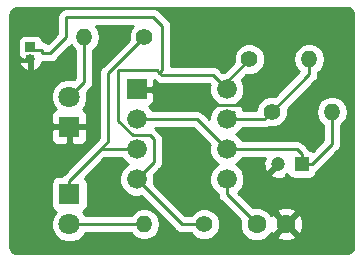
<source format=gtl>
G04 #@! TF.GenerationSoftware,KiCad,Pcbnew,(5.0.0-3-g5ebb6b6)*
G04 #@! TF.CreationDate,2018-12-16T13:46:05-05:00*
G04 #@! TF.ProjectId,555_Timer,3535355F54696D65722E6B696361645F,rev?*
G04 #@! TF.SameCoordinates,Original*
G04 #@! TF.FileFunction,Copper,L1,Top,Signal*
G04 #@! TF.FilePolarity,Positive*
%FSLAX46Y46*%
G04 Gerber Fmt 4.6, Leading zero omitted, Abs format (unit mm)*
G04 Created by KiCad (PCBNEW (5.0.0-3-g5ebb6b6)) date Sunday, December 16, 2018 at 01:46:05 PM*
%MOMM*%
%LPD*%
G01*
G04 APERTURE LIST*
G04 #@! TA.AperFunction,ComponentPad*
%ADD10R,0.850000X0.850000*%
G04 #@! TD*
G04 #@! TA.AperFunction,ComponentPad*
%ADD11O,0.850000X0.850000*%
G04 #@! TD*
G04 #@! TA.AperFunction,ComponentPad*
%ADD12R,1.676400X1.676400*%
G04 #@! TD*
G04 #@! TA.AperFunction,ComponentPad*
%ADD13C,1.676400*%
G04 #@! TD*
G04 #@! TA.AperFunction,ComponentPad*
%ADD14R,1.800000X1.800000*%
G04 #@! TD*
G04 #@! TA.AperFunction,ComponentPad*
%ADD15C,1.800000*%
G04 #@! TD*
G04 #@! TA.AperFunction,ComponentPad*
%ADD16R,1.200000X1.200000*%
G04 #@! TD*
G04 #@! TA.AperFunction,ComponentPad*
%ADD17C,1.200000*%
G04 #@! TD*
G04 #@! TA.AperFunction,ComponentPad*
%ADD18C,1.600000*%
G04 #@! TD*
G04 #@! TA.AperFunction,ComponentPad*
%ADD19O,1.400000X1.400000*%
G04 #@! TD*
G04 #@! TA.AperFunction,ComponentPad*
%ADD20C,1.400000*%
G04 #@! TD*
G04 #@! TA.AperFunction,Conductor*
%ADD21C,0.250000*%
G04 #@! TD*
G04 #@! TA.AperFunction,Conductor*
%ADD22C,0.254000*%
G04 #@! TD*
G04 APERTURE END LIST*
D10*
G04 #@! TO.P,,1*
G04 #@! TO.N,+5V*
X100838000Y-44720000D03*
D11*
G04 #@! TO.P,,2*
G04 #@! TO.N,GND*
X100838000Y-45720000D03*
G04 #@! TD*
D12*
G04 #@! TO.P,U1,1*
G04 #@! TO.N,GND*
X109855000Y-48260000D03*
D13*
G04 #@! TO.P,U1,2*
G04 #@! TO.N,Net-(C1-Pad1)*
X109855000Y-50800000D03*
G04 #@! TO.P,U1,3*
G04 #@! TO.N,Net-(D1-Pad1)*
X109855000Y-53340000D03*
G04 #@! TO.P,U1,4*
G04 #@! TO.N,+5V*
X109855000Y-55880000D03*
G04 #@! TO.P,U1,5*
G04 #@! TO.N,Net-(C2-Pad1)*
X117475000Y-55880000D03*
G04 #@! TO.P,U1,6*
G04 #@! TO.N,Net-(C1-Pad1)*
X117475000Y-53340000D03*
G04 #@! TO.P,U1,7*
G04 #@! TO.N,Net-(R1-Pad2)*
X117475000Y-50800000D03*
G04 #@! TO.P,U1,8*
G04 #@! TO.N,+5V*
X117475000Y-48260000D03*
G04 #@! TD*
D14*
G04 #@! TO.P,D2,1*
G04 #@! TO.N,GND*
X104140000Y-51435000D03*
D15*
G04 #@! TO.P,D2,2*
G04 #@! TO.N,Net-(D2-Pad2)*
X104140000Y-48895000D03*
G04 #@! TD*
D16*
G04 #@! TO.P,C1,1*
G04 #@! TO.N,Net-(C1-Pad1)*
X123825000Y-54610000D03*
D17*
G04 #@! TO.P,C1,2*
G04 #@! TO.N,GND*
X121825000Y-54610000D03*
G04 #@! TD*
D18*
G04 #@! TO.P,C2,1*
G04 #@! TO.N,Net-(C2-Pad1)*
X120015000Y-59690000D03*
G04 #@! TO.P,C2,2*
G04 #@! TO.N,GND*
X122515000Y-59690000D03*
G04 #@! TD*
D15*
G04 #@! TO.P,D1,2*
G04 #@! TO.N,Net-(D1-Pad2)*
X104140000Y-59690000D03*
D14*
G04 #@! TO.P,D1,1*
G04 #@! TO.N,Net-(D1-Pad1)*
X104140000Y-57150000D03*
G04 #@! TD*
D19*
G04 #@! TO.P,R1,2*
G04 #@! TO.N,Net-(R1-Pad2)*
X124460000Y-45720000D03*
D20*
G04 #@! TO.P,R1,1*
G04 #@! TO.N,+5V*
X119380000Y-45720000D03*
G04 #@! TD*
D19*
G04 #@! TO.P,R2,2*
G04 #@! TO.N,Net-(C1-Pad1)*
X126365000Y-50165000D03*
D20*
G04 #@! TO.P,R2,1*
G04 #@! TO.N,Net-(R1-Pad2)*
X121285000Y-50165000D03*
G04 #@! TD*
G04 #@! TO.P,R3,1*
G04 #@! TO.N,+5V*
X115570000Y-59690000D03*
D19*
G04 #@! TO.P,R3,2*
G04 #@! TO.N,Net-(D1-Pad2)*
X110490000Y-59690000D03*
G04 #@! TD*
D20*
G04 #@! TO.P,R4,1*
G04 #@! TO.N,Net-(D1-Pad1)*
X110490000Y-43815000D03*
D19*
G04 #@! TO.P,R4,2*
G04 #@! TO.N,Net-(D2-Pad2)*
X105410000Y-43815000D03*
G04 #@! TD*
D21*
G04 #@! TO.N,Net-(C1-Pad1)*
X124675000Y-54610000D02*
X123825000Y-54610000D01*
X126365000Y-52920000D02*
X124675000Y-54610000D01*
X126365000Y-50165000D02*
X126365000Y-52920000D01*
X118660393Y-53340000D02*
X117475000Y-53340000D01*
X123405000Y-53340000D02*
X118660393Y-53340000D01*
X123825000Y-53760000D02*
X123405000Y-53340000D01*
X123825000Y-54610000D02*
X123825000Y-53760000D01*
X114935000Y-50800000D02*
X117475000Y-53340000D01*
X109855000Y-50800000D02*
X114935000Y-50800000D01*
G04 #@! TO.N,GND*
X110673462Y-48260000D02*
X109855000Y-48260000D01*
X121412000Y-46990000D02*
X121412000Y-41910000D01*
X118765201Y-49636799D02*
X121412000Y-46990000D01*
X114193201Y-49636799D02*
X118765201Y-49636799D01*
X109855000Y-48260000D02*
X112816402Y-48260000D01*
G04 #@! TO.N,Net-(C2-Pad1)*
X117475000Y-57150000D02*
X120015000Y-59690000D01*
X117475000Y-55880000D02*
X117475000Y-57150000D01*
G04 #@! TO.N,Net-(D1-Pad2)*
X104140000Y-59690000D02*
X110490000Y-59690000D01*
G04 #@! TO.N,Net-(D1-Pad1)*
X103505000Y-56515000D02*
X104140000Y-57150000D01*
X104140000Y-57150000D02*
X104140000Y-56000000D01*
X108800000Y-53340000D02*
X109855000Y-53340000D01*
X110490000Y-43815000D02*
X107450000Y-46855000D01*
X108669607Y-53340000D02*
X108800000Y-53340000D01*
X106800000Y-53340000D02*
X108800000Y-53340000D01*
X104140000Y-56000000D02*
X106800000Y-53340000D01*
X107450000Y-52690000D02*
X106800000Y-53340000D01*
X107450000Y-46855000D02*
X107450000Y-52690000D01*
G04 #@! TO.N,Net-(D2-Pad2)*
X105410000Y-47625000D02*
X104140000Y-48895000D01*
X105410000Y-43815000D02*
X105410000Y-47625000D01*
G04 #@! TO.N,Net-(R1-Pad2)*
X118110000Y-50165000D02*
X117475000Y-50800000D01*
X120650000Y-50800000D02*
X121285000Y-50165000D01*
X117475000Y-50800000D02*
X120650000Y-50800000D01*
X124460000Y-46990000D02*
X121285000Y-50165000D01*
X124460000Y-45720000D02*
X124460000Y-46990000D01*
G04 #@! TO.N,+5V*
X117475000Y-47625000D02*
X117475000Y-48260000D01*
X119380000Y-45720000D02*
X117475000Y-47625000D01*
X116311799Y-47096799D02*
X111996799Y-47096799D01*
X117475000Y-48260000D02*
X116311799Y-47096799D01*
X111550000Y-46650000D02*
X108300000Y-46650000D01*
X108300000Y-50966538D02*
X109510261Y-52176799D01*
X109510261Y-52176799D02*
X110976799Y-52176799D01*
X108300000Y-46650000D02*
X108300000Y-50966538D01*
X111278000Y-54457000D02*
X109855000Y-55880000D01*
X111278000Y-52478000D02*
X111278000Y-54457000D01*
X110976799Y-52176799D02*
X111278000Y-52478000D01*
X113665000Y-59690000D02*
X115570000Y-59690000D01*
X109855000Y-55880000D02*
X113665000Y-59690000D01*
X111760000Y-46860000D02*
X111550000Y-46650000D01*
X111996799Y-47096799D02*
X111760000Y-46860000D01*
X103632000Y-44075998D02*
X103632000Y-44109000D01*
X112014000Y-46606000D02*
X112014000Y-42926000D01*
X103886000Y-43821998D02*
X103632000Y-44075998D01*
X101854000Y-44958000D02*
X101076000Y-44958000D01*
X111252000Y-42164000D02*
X103886000Y-42164000D01*
X103632000Y-44109000D02*
X102529000Y-45212000D01*
X111760000Y-46860000D02*
X112014000Y-46606000D01*
X103886000Y-42164000D02*
X103886000Y-43821998D01*
X101034010Y-44916010D02*
X101034010Y-44806008D01*
X101076000Y-44958000D02*
X101034010Y-44916010D01*
X102529000Y-45212000D02*
X101854000Y-45212000D01*
X112014000Y-42926000D02*
X111252000Y-42164000D01*
X101854000Y-45212000D02*
X101854000Y-44958000D01*
G04 #@! TD*
D22*
G04 #@! TO.N,GND*
G36*
X127822787Y-41394065D02*
X127987920Y-41489405D01*
X128110488Y-41635477D01*
X128186555Y-41844465D01*
X128195001Y-41941007D01*
X128195000Y-61532881D01*
X128150935Y-61782787D01*
X128055596Y-61947919D01*
X127909524Y-62070488D01*
X127700532Y-62146555D01*
X127604004Y-62155000D01*
X99757119Y-62155000D01*
X99507213Y-62110935D01*
X99342081Y-62015596D01*
X99219512Y-61869524D01*
X99143445Y-61660532D01*
X99135000Y-61564004D01*
X99135000Y-51720750D01*
X102605000Y-51720750D01*
X102605000Y-52461309D01*
X102701673Y-52694698D01*
X102880301Y-52873327D01*
X103113690Y-52970000D01*
X103854250Y-52970000D01*
X104013000Y-52811250D01*
X104013000Y-51562000D01*
X104267000Y-51562000D01*
X104267000Y-52811250D01*
X104425750Y-52970000D01*
X105166310Y-52970000D01*
X105399699Y-52873327D01*
X105578327Y-52694698D01*
X105675000Y-52461309D01*
X105675000Y-51720750D01*
X105516250Y-51562000D01*
X104267000Y-51562000D01*
X104013000Y-51562000D01*
X102763750Y-51562000D01*
X102605000Y-51720750D01*
X99135000Y-51720750D01*
X99135000Y-46010062D01*
X99818460Y-46010062D01*
X99911959Y-46235826D01*
X100179848Y-46550942D01*
X100547935Y-46739554D01*
X100711000Y-46613628D01*
X100711000Y-45847000D01*
X99945743Y-45847000D01*
X99818460Y-46010062D01*
X99135000Y-46010062D01*
X99135000Y-44295000D01*
X99765560Y-44295000D01*
X99765560Y-45145000D01*
X99814843Y-45392765D01*
X99826580Y-45410331D01*
X99818460Y-45429938D01*
X99945743Y-45593000D01*
X99948637Y-45593000D01*
X99955191Y-45602809D01*
X100165235Y-45743157D01*
X100413000Y-45792440D01*
X100985000Y-45792440D01*
X100985000Y-45847000D01*
X100965000Y-45847000D01*
X100965000Y-46613628D01*
X101128065Y-46739554D01*
X101496152Y-46550942D01*
X101764041Y-46235826D01*
X101857540Y-46010062D01*
X101836778Y-45983463D01*
X101854000Y-45986889D01*
X101928852Y-45972000D01*
X102454153Y-45972000D01*
X102529000Y-45986888D01*
X102603847Y-45972000D01*
X102603852Y-45972000D01*
X102825537Y-45927904D01*
X103076929Y-45759929D01*
X103119331Y-45696470D01*
X104116473Y-44699329D01*
X104179929Y-44656929D01*
X104259460Y-44537902D01*
X104273449Y-44516967D01*
X104447519Y-44777481D01*
X104650000Y-44912775D01*
X104650001Y-47310197D01*
X104554838Y-47405360D01*
X104445330Y-47360000D01*
X103834670Y-47360000D01*
X103270493Y-47593690D01*
X102838690Y-48025493D01*
X102605000Y-48589670D01*
X102605000Y-49200330D01*
X102838690Y-49764507D01*
X103015044Y-49940861D01*
X102880301Y-49996673D01*
X102701673Y-50175302D01*
X102605000Y-50408691D01*
X102605000Y-51149250D01*
X102763750Y-51308000D01*
X104013000Y-51308000D01*
X104013000Y-51288000D01*
X104267000Y-51288000D01*
X104267000Y-51308000D01*
X105516250Y-51308000D01*
X105675000Y-51149250D01*
X105675000Y-50408691D01*
X105578327Y-50175302D01*
X105399699Y-49996673D01*
X105264956Y-49940861D01*
X105441310Y-49764507D01*
X105675000Y-49200330D01*
X105675000Y-48589670D01*
X105629640Y-48480162D01*
X105894473Y-48215329D01*
X105957929Y-48172929D01*
X106125904Y-47921537D01*
X106170000Y-47699852D01*
X106170000Y-47699848D01*
X106184888Y-47625001D01*
X106170000Y-47550154D01*
X106170000Y-44912774D01*
X106372481Y-44777481D01*
X106667542Y-44335891D01*
X106771154Y-43815000D01*
X106667542Y-43294109D01*
X106420243Y-42924000D01*
X109493025Y-42924000D01*
X109358242Y-43058783D01*
X109155000Y-43549452D01*
X109155000Y-44075198D01*
X106965530Y-46264669D01*
X106902071Y-46307071D01*
X106734096Y-46558464D01*
X106690000Y-46780149D01*
X106690000Y-46780153D01*
X106675112Y-46855000D01*
X106690000Y-46929847D01*
X106690001Y-52375197D01*
X106315530Y-52749669D01*
X106252071Y-52792071D01*
X106209672Y-52855526D01*
X103655528Y-55409671D01*
X103592072Y-55452071D01*
X103549672Y-55515527D01*
X103549671Y-55515528D01*
X103491518Y-55602560D01*
X103240000Y-55602560D01*
X102992235Y-55651843D01*
X102782191Y-55792191D01*
X102641843Y-56002235D01*
X102592560Y-56250000D01*
X102592560Y-58050000D01*
X102641843Y-58297765D01*
X102782191Y-58507809D01*
X102992235Y-58648157D01*
X103007908Y-58651275D01*
X102838690Y-58820493D01*
X102605000Y-59384670D01*
X102605000Y-59995330D01*
X102838690Y-60559507D01*
X103270493Y-60991310D01*
X103834670Y-61225000D01*
X104445330Y-61225000D01*
X105009507Y-60991310D01*
X105441310Y-60559507D01*
X105486669Y-60450000D01*
X109392226Y-60450000D01*
X109527519Y-60652481D01*
X109969109Y-60947542D01*
X110358515Y-61025000D01*
X110621485Y-61025000D01*
X111010891Y-60947542D01*
X111452481Y-60652481D01*
X111747542Y-60210891D01*
X111851154Y-59690000D01*
X111747542Y-59169109D01*
X111452481Y-58727519D01*
X111010891Y-58432458D01*
X110621485Y-58355000D01*
X110358515Y-58355000D01*
X109969109Y-58432458D01*
X109527519Y-58727519D01*
X109392226Y-58930000D01*
X105486669Y-58930000D01*
X105441310Y-58820493D01*
X105272092Y-58651275D01*
X105287765Y-58648157D01*
X105497809Y-58507809D01*
X105638157Y-58297765D01*
X105687440Y-58050000D01*
X105687440Y-56250000D01*
X105638157Y-56002235D01*
X105497809Y-55792191D01*
X105452731Y-55762070D01*
X107114802Y-54100000D01*
X108575222Y-54100000D01*
X108606081Y-54174501D01*
X109020499Y-54588919D01*
X109071393Y-54610000D01*
X109020499Y-54631081D01*
X108606081Y-55045499D01*
X108381800Y-55586962D01*
X108381800Y-56173038D01*
X108606081Y-56714501D01*
X109020499Y-57128919D01*
X109561962Y-57353200D01*
X110148038Y-57353200D01*
X110222539Y-57322341D01*
X113074671Y-60174473D01*
X113117071Y-60237929D01*
X113180527Y-60280329D01*
X113368462Y-60405904D01*
X113416605Y-60415480D01*
X113590148Y-60450000D01*
X113590152Y-60450000D01*
X113665000Y-60464888D01*
X113739848Y-60450000D01*
X114442025Y-60450000D01*
X114813783Y-60821758D01*
X115304452Y-61025000D01*
X115835548Y-61025000D01*
X116326217Y-60821758D01*
X116701758Y-60446217D01*
X116905000Y-59955548D01*
X116905000Y-59424452D01*
X116701758Y-58933783D01*
X116326217Y-58558242D01*
X115835548Y-58355000D01*
X115304452Y-58355000D01*
X114813783Y-58558242D01*
X114442025Y-58930000D01*
X113979802Y-58930000D01*
X111297341Y-56247539D01*
X111328200Y-56173038D01*
X111328200Y-55586962D01*
X111297341Y-55512461D01*
X111762473Y-55047329D01*
X111825929Y-55004929D01*
X111993904Y-54753537D01*
X112038000Y-54531852D01*
X112038000Y-54531847D01*
X112052888Y-54457000D01*
X112038000Y-54382153D01*
X112038000Y-52552848D01*
X112052888Y-52478000D01*
X112038000Y-52403152D01*
X112038000Y-52403148D01*
X111993904Y-52181463D01*
X111825929Y-51930071D01*
X111762470Y-51887669D01*
X111567130Y-51692329D01*
X111524728Y-51628870D01*
X111421657Y-51560000D01*
X114620199Y-51560000D01*
X116032659Y-52972461D01*
X116001800Y-53046962D01*
X116001800Y-53633038D01*
X116226081Y-54174501D01*
X116640499Y-54588919D01*
X116691393Y-54610000D01*
X116640499Y-54631081D01*
X116226081Y-55045499D01*
X116001800Y-55586962D01*
X116001800Y-56173038D01*
X116226081Y-56714501D01*
X116640499Y-57128919D01*
X116700895Y-57153936D01*
X116715001Y-57224851D01*
X116715001Y-57224852D01*
X116759097Y-57446537D01*
X116927072Y-57697929D01*
X116990528Y-57740329D01*
X118601896Y-59351699D01*
X118580000Y-59404561D01*
X118580000Y-59975439D01*
X118798466Y-60502862D01*
X119202138Y-60906534D01*
X119729561Y-61125000D01*
X120300439Y-61125000D01*
X120827862Y-60906534D01*
X121036651Y-60697745D01*
X121686861Y-60697745D01*
X121760995Y-60943864D01*
X122298223Y-61136965D01*
X122868454Y-61109778D01*
X123269005Y-60943864D01*
X123343139Y-60697745D01*
X122515000Y-59869605D01*
X121686861Y-60697745D01*
X121036651Y-60697745D01*
X121231534Y-60502862D01*
X121258525Y-60437701D01*
X121261136Y-60444005D01*
X121507255Y-60518139D01*
X122335395Y-59690000D01*
X122694605Y-59690000D01*
X123522745Y-60518139D01*
X123768864Y-60444005D01*
X123961965Y-59906777D01*
X123934778Y-59336546D01*
X123768864Y-58935995D01*
X123522745Y-58861861D01*
X122694605Y-59690000D01*
X122335395Y-59690000D01*
X121507255Y-58861861D01*
X121261136Y-58935995D01*
X121258710Y-58942746D01*
X121231534Y-58877138D01*
X121036651Y-58682255D01*
X121686861Y-58682255D01*
X122515000Y-59510395D01*
X123343139Y-58682255D01*
X123269005Y-58436136D01*
X122731777Y-58243035D01*
X122161546Y-58270222D01*
X121760995Y-58436136D01*
X121686861Y-58682255D01*
X121036651Y-58682255D01*
X120827862Y-58473466D01*
X120300439Y-58255000D01*
X119729561Y-58255000D01*
X119676699Y-58276896D01*
X118419111Y-57019309D01*
X118723919Y-56714501D01*
X118948200Y-56173038D01*
X118948200Y-55586962D01*
X118723919Y-55045499D01*
X118309501Y-54631081D01*
X118258607Y-54610000D01*
X118309501Y-54588919D01*
X118723919Y-54174501D01*
X118754778Y-54100000D01*
X120694364Y-54100000D01*
X120577193Y-54441036D01*
X120607518Y-54931413D01*
X120736836Y-55243617D01*
X120962265Y-55293130D01*
X121645395Y-54610000D01*
X121631253Y-54595858D01*
X121810858Y-54416253D01*
X121825000Y-54430395D01*
X121839143Y-54416253D01*
X122018748Y-54595858D01*
X122004605Y-54610000D01*
X122018748Y-54624143D01*
X121839143Y-54803748D01*
X121825000Y-54789605D01*
X121141870Y-55472735D01*
X121191383Y-55698164D01*
X121656036Y-55857807D01*
X122146413Y-55827482D01*
X122458617Y-55698164D01*
X122508129Y-55472737D01*
X122623822Y-55588430D01*
X122677970Y-55534282D01*
X122767191Y-55667809D01*
X122977235Y-55808157D01*
X123225000Y-55857440D01*
X124425000Y-55857440D01*
X124672765Y-55808157D01*
X124882809Y-55667809D01*
X125023157Y-55457765D01*
X125061318Y-55265914D01*
X125222929Y-55157929D01*
X125265331Y-55094470D01*
X126849473Y-53510329D01*
X126912929Y-53467929D01*
X127080904Y-53216537D01*
X127125000Y-52994852D01*
X127125000Y-52994847D01*
X127139888Y-52920000D01*
X127125000Y-52845153D01*
X127125000Y-51262774D01*
X127327481Y-51127481D01*
X127622542Y-50685891D01*
X127726154Y-50165000D01*
X127622542Y-49644109D01*
X127327481Y-49202519D01*
X126885891Y-48907458D01*
X126496485Y-48830000D01*
X126233515Y-48830000D01*
X125844109Y-48907458D01*
X125402519Y-49202519D01*
X125107458Y-49644109D01*
X125003846Y-50165000D01*
X125107458Y-50685891D01*
X125402519Y-51127481D01*
X125605000Y-51262775D01*
X125605001Y-52605197D01*
X124748051Y-53462148D01*
X124672765Y-53411843D01*
X124480914Y-53373682D01*
X124458409Y-53340001D01*
X124372929Y-53212071D01*
X124309470Y-53169669D01*
X123995331Y-52855530D01*
X123952929Y-52792071D01*
X123701537Y-52624096D01*
X123479852Y-52580000D01*
X123479847Y-52580000D01*
X123405000Y-52565112D01*
X123330153Y-52580000D01*
X118754778Y-52580000D01*
X118723919Y-52505499D01*
X118309501Y-52091081D01*
X118258607Y-52070000D01*
X118309501Y-52048919D01*
X118723919Y-51634501D01*
X118754778Y-51560000D01*
X120575153Y-51560000D01*
X120650000Y-51574888D01*
X120724847Y-51560000D01*
X120724852Y-51560000D01*
X120946537Y-51515904D01*
X120989134Y-51487442D01*
X121019452Y-51500000D01*
X121550548Y-51500000D01*
X122041217Y-51296758D01*
X122416758Y-50921217D01*
X122620000Y-50430548D01*
X122620000Y-49904801D01*
X124944473Y-47580329D01*
X125007929Y-47537929D01*
X125175904Y-47286537D01*
X125220000Y-47064852D01*
X125220000Y-47064848D01*
X125234888Y-46990001D01*
X125220000Y-46915154D01*
X125220000Y-46817774D01*
X125422481Y-46682481D01*
X125717542Y-46240891D01*
X125821154Y-45720000D01*
X125717542Y-45199109D01*
X125422481Y-44757519D01*
X124980891Y-44462458D01*
X124591485Y-44385000D01*
X124328515Y-44385000D01*
X123939109Y-44462458D01*
X123497519Y-44757519D01*
X123202458Y-45199109D01*
X123098846Y-45720000D01*
X123202458Y-46240891D01*
X123497519Y-46682481D01*
X123614532Y-46760666D01*
X121545199Y-48830000D01*
X121019452Y-48830000D01*
X120528783Y-49033242D01*
X120153242Y-49408783D01*
X119950000Y-49899452D01*
X119950000Y-50040000D01*
X118860024Y-50040000D01*
X118825904Y-49868463D01*
X118657929Y-49617071D01*
X118406537Y-49449096D01*
X118375498Y-49442922D01*
X118723919Y-49094501D01*
X118948200Y-48553038D01*
X118948200Y-47966962D01*
X118731354Y-47443448D01*
X119119802Y-47055000D01*
X119645548Y-47055000D01*
X120136217Y-46851758D01*
X120511758Y-46476217D01*
X120715000Y-45985548D01*
X120715000Y-45454452D01*
X120511758Y-44963783D01*
X120136217Y-44588242D01*
X119645548Y-44385000D01*
X119114452Y-44385000D01*
X118623783Y-44588242D01*
X118248242Y-44963783D01*
X118045000Y-45454452D01*
X118045000Y-45980198D01*
X117238399Y-46786800D01*
X117181962Y-46786800D01*
X117107461Y-46817659D01*
X116902130Y-46612329D01*
X116859728Y-46548870D01*
X116608336Y-46380895D01*
X116386651Y-46336799D01*
X116386646Y-46336799D01*
X116311799Y-46321911D01*
X116236952Y-46336799D01*
X112774000Y-46336799D01*
X112774000Y-43000848D01*
X112788888Y-42926000D01*
X112774000Y-42851152D01*
X112774000Y-42851148D01*
X112729904Y-42629463D01*
X112729904Y-42629462D01*
X112604329Y-42441527D01*
X112561929Y-42378071D01*
X112498473Y-42335671D01*
X111842331Y-41679530D01*
X111799929Y-41616071D01*
X111548537Y-41448096D01*
X111326852Y-41404000D01*
X111326847Y-41404000D01*
X111252000Y-41389112D01*
X111177153Y-41404000D01*
X103960852Y-41404000D01*
X103886000Y-41389111D01*
X103811148Y-41404000D01*
X103589463Y-41448096D01*
X103338071Y-41616071D01*
X103170096Y-41867463D01*
X103111111Y-42164000D01*
X103126000Y-42238852D01*
X103126001Y-43500052D01*
X103084071Y-43528069D01*
X102975217Y-43690982D01*
X102314528Y-44351671D01*
X102150537Y-44242096D01*
X101928852Y-44198000D01*
X101889592Y-44190191D01*
X101861157Y-44047235D01*
X101720809Y-43837191D01*
X101510765Y-43696843D01*
X101263000Y-43647560D01*
X100413000Y-43647560D01*
X100165235Y-43696843D01*
X99955191Y-43837191D01*
X99814843Y-44047235D01*
X99765560Y-44295000D01*
X99135000Y-44295000D01*
X99135000Y-41972119D01*
X99179065Y-41722213D01*
X99274405Y-41557080D01*
X99420477Y-41434512D01*
X99629465Y-41358445D01*
X99725996Y-41350000D01*
X127572881Y-41350000D01*
X127822787Y-41394065D01*
X127822787Y-41394065D01*
G37*
X127822787Y-41394065D02*
X127987920Y-41489405D01*
X128110488Y-41635477D01*
X128186555Y-41844465D01*
X128195001Y-41941007D01*
X128195000Y-61532881D01*
X128150935Y-61782787D01*
X128055596Y-61947919D01*
X127909524Y-62070488D01*
X127700532Y-62146555D01*
X127604004Y-62155000D01*
X99757119Y-62155000D01*
X99507213Y-62110935D01*
X99342081Y-62015596D01*
X99219512Y-61869524D01*
X99143445Y-61660532D01*
X99135000Y-61564004D01*
X99135000Y-51720750D01*
X102605000Y-51720750D01*
X102605000Y-52461309D01*
X102701673Y-52694698D01*
X102880301Y-52873327D01*
X103113690Y-52970000D01*
X103854250Y-52970000D01*
X104013000Y-52811250D01*
X104013000Y-51562000D01*
X104267000Y-51562000D01*
X104267000Y-52811250D01*
X104425750Y-52970000D01*
X105166310Y-52970000D01*
X105399699Y-52873327D01*
X105578327Y-52694698D01*
X105675000Y-52461309D01*
X105675000Y-51720750D01*
X105516250Y-51562000D01*
X104267000Y-51562000D01*
X104013000Y-51562000D01*
X102763750Y-51562000D01*
X102605000Y-51720750D01*
X99135000Y-51720750D01*
X99135000Y-46010062D01*
X99818460Y-46010062D01*
X99911959Y-46235826D01*
X100179848Y-46550942D01*
X100547935Y-46739554D01*
X100711000Y-46613628D01*
X100711000Y-45847000D01*
X99945743Y-45847000D01*
X99818460Y-46010062D01*
X99135000Y-46010062D01*
X99135000Y-44295000D01*
X99765560Y-44295000D01*
X99765560Y-45145000D01*
X99814843Y-45392765D01*
X99826580Y-45410331D01*
X99818460Y-45429938D01*
X99945743Y-45593000D01*
X99948637Y-45593000D01*
X99955191Y-45602809D01*
X100165235Y-45743157D01*
X100413000Y-45792440D01*
X100985000Y-45792440D01*
X100985000Y-45847000D01*
X100965000Y-45847000D01*
X100965000Y-46613628D01*
X101128065Y-46739554D01*
X101496152Y-46550942D01*
X101764041Y-46235826D01*
X101857540Y-46010062D01*
X101836778Y-45983463D01*
X101854000Y-45986889D01*
X101928852Y-45972000D01*
X102454153Y-45972000D01*
X102529000Y-45986888D01*
X102603847Y-45972000D01*
X102603852Y-45972000D01*
X102825537Y-45927904D01*
X103076929Y-45759929D01*
X103119331Y-45696470D01*
X104116473Y-44699329D01*
X104179929Y-44656929D01*
X104259460Y-44537902D01*
X104273449Y-44516967D01*
X104447519Y-44777481D01*
X104650000Y-44912775D01*
X104650001Y-47310197D01*
X104554838Y-47405360D01*
X104445330Y-47360000D01*
X103834670Y-47360000D01*
X103270493Y-47593690D01*
X102838690Y-48025493D01*
X102605000Y-48589670D01*
X102605000Y-49200330D01*
X102838690Y-49764507D01*
X103015044Y-49940861D01*
X102880301Y-49996673D01*
X102701673Y-50175302D01*
X102605000Y-50408691D01*
X102605000Y-51149250D01*
X102763750Y-51308000D01*
X104013000Y-51308000D01*
X104013000Y-51288000D01*
X104267000Y-51288000D01*
X104267000Y-51308000D01*
X105516250Y-51308000D01*
X105675000Y-51149250D01*
X105675000Y-50408691D01*
X105578327Y-50175302D01*
X105399699Y-49996673D01*
X105264956Y-49940861D01*
X105441310Y-49764507D01*
X105675000Y-49200330D01*
X105675000Y-48589670D01*
X105629640Y-48480162D01*
X105894473Y-48215329D01*
X105957929Y-48172929D01*
X106125904Y-47921537D01*
X106170000Y-47699852D01*
X106170000Y-47699848D01*
X106184888Y-47625001D01*
X106170000Y-47550154D01*
X106170000Y-44912774D01*
X106372481Y-44777481D01*
X106667542Y-44335891D01*
X106771154Y-43815000D01*
X106667542Y-43294109D01*
X106420243Y-42924000D01*
X109493025Y-42924000D01*
X109358242Y-43058783D01*
X109155000Y-43549452D01*
X109155000Y-44075198D01*
X106965530Y-46264669D01*
X106902071Y-46307071D01*
X106734096Y-46558464D01*
X106690000Y-46780149D01*
X106690000Y-46780153D01*
X106675112Y-46855000D01*
X106690000Y-46929847D01*
X106690001Y-52375197D01*
X106315530Y-52749669D01*
X106252071Y-52792071D01*
X106209672Y-52855526D01*
X103655528Y-55409671D01*
X103592072Y-55452071D01*
X103549672Y-55515527D01*
X103549671Y-55515528D01*
X103491518Y-55602560D01*
X103240000Y-55602560D01*
X102992235Y-55651843D01*
X102782191Y-55792191D01*
X102641843Y-56002235D01*
X102592560Y-56250000D01*
X102592560Y-58050000D01*
X102641843Y-58297765D01*
X102782191Y-58507809D01*
X102992235Y-58648157D01*
X103007908Y-58651275D01*
X102838690Y-58820493D01*
X102605000Y-59384670D01*
X102605000Y-59995330D01*
X102838690Y-60559507D01*
X103270493Y-60991310D01*
X103834670Y-61225000D01*
X104445330Y-61225000D01*
X105009507Y-60991310D01*
X105441310Y-60559507D01*
X105486669Y-60450000D01*
X109392226Y-60450000D01*
X109527519Y-60652481D01*
X109969109Y-60947542D01*
X110358515Y-61025000D01*
X110621485Y-61025000D01*
X111010891Y-60947542D01*
X111452481Y-60652481D01*
X111747542Y-60210891D01*
X111851154Y-59690000D01*
X111747542Y-59169109D01*
X111452481Y-58727519D01*
X111010891Y-58432458D01*
X110621485Y-58355000D01*
X110358515Y-58355000D01*
X109969109Y-58432458D01*
X109527519Y-58727519D01*
X109392226Y-58930000D01*
X105486669Y-58930000D01*
X105441310Y-58820493D01*
X105272092Y-58651275D01*
X105287765Y-58648157D01*
X105497809Y-58507809D01*
X105638157Y-58297765D01*
X105687440Y-58050000D01*
X105687440Y-56250000D01*
X105638157Y-56002235D01*
X105497809Y-55792191D01*
X105452731Y-55762070D01*
X107114802Y-54100000D01*
X108575222Y-54100000D01*
X108606081Y-54174501D01*
X109020499Y-54588919D01*
X109071393Y-54610000D01*
X109020499Y-54631081D01*
X108606081Y-55045499D01*
X108381800Y-55586962D01*
X108381800Y-56173038D01*
X108606081Y-56714501D01*
X109020499Y-57128919D01*
X109561962Y-57353200D01*
X110148038Y-57353200D01*
X110222539Y-57322341D01*
X113074671Y-60174473D01*
X113117071Y-60237929D01*
X113180527Y-60280329D01*
X113368462Y-60405904D01*
X113416605Y-60415480D01*
X113590148Y-60450000D01*
X113590152Y-60450000D01*
X113665000Y-60464888D01*
X113739848Y-60450000D01*
X114442025Y-60450000D01*
X114813783Y-60821758D01*
X115304452Y-61025000D01*
X115835548Y-61025000D01*
X116326217Y-60821758D01*
X116701758Y-60446217D01*
X116905000Y-59955548D01*
X116905000Y-59424452D01*
X116701758Y-58933783D01*
X116326217Y-58558242D01*
X115835548Y-58355000D01*
X115304452Y-58355000D01*
X114813783Y-58558242D01*
X114442025Y-58930000D01*
X113979802Y-58930000D01*
X111297341Y-56247539D01*
X111328200Y-56173038D01*
X111328200Y-55586962D01*
X111297341Y-55512461D01*
X111762473Y-55047329D01*
X111825929Y-55004929D01*
X111993904Y-54753537D01*
X112038000Y-54531852D01*
X112038000Y-54531847D01*
X112052888Y-54457000D01*
X112038000Y-54382153D01*
X112038000Y-52552848D01*
X112052888Y-52478000D01*
X112038000Y-52403152D01*
X112038000Y-52403148D01*
X111993904Y-52181463D01*
X111825929Y-51930071D01*
X111762470Y-51887669D01*
X111567130Y-51692329D01*
X111524728Y-51628870D01*
X111421657Y-51560000D01*
X114620199Y-51560000D01*
X116032659Y-52972461D01*
X116001800Y-53046962D01*
X116001800Y-53633038D01*
X116226081Y-54174501D01*
X116640499Y-54588919D01*
X116691393Y-54610000D01*
X116640499Y-54631081D01*
X116226081Y-55045499D01*
X116001800Y-55586962D01*
X116001800Y-56173038D01*
X116226081Y-56714501D01*
X116640499Y-57128919D01*
X116700895Y-57153936D01*
X116715001Y-57224851D01*
X116715001Y-57224852D01*
X116759097Y-57446537D01*
X116927072Y-57697929D01*
X116990528Y-57740329D01*
X118601896Y-59351699D01*
X118580000Y-59404561D01*
X118580000Y-59975439D01*
X118798466Y-60502862D01*
X119202138Y-60906534D01*
X119729561Y-61125000D01*
X120300439Y-61125000D01*
X120827862Y-60906534D01*
X121036651Y-60697745D01*
X121686861Y-60697745D01*
X121760995Y-60943864D01*
X122298223Y-61136965D01*
X122868454Y-61109778D01*
X123269005Y-60943864D01*
X123343139Y-60697745D01*
X122515000Y-59869605D01*
X121686861Y-60697745D01*
X121036651Y-60697745D01*
X121231534Y-60502862D01*
X121258525Y-60437701D01*
X121261136Y-60444005D01*
X121507255Y-60518139D01*
X122335395Y-59690000D01*
X122694605Y-59690000D01*
X123522745Y-60518139D01*
X123768864Y-60444005D01*
X123961965Y-59906777D01*
X123934778Y-59336546D01*
X123768864Y-58935995D01*
X123522745Y-58861861D01*
X122694605Y-59690000D01*
X122335395Y-59690000D01*
X121507255Y-58861861D01*
X121261136Y-58935995D01*
X121258710Y-58942746D01*
X121231534Y-58877138D01*
X121036651Y-58682255D01*
X121686861Y-58682255D01*
X122515000Y-59510395D01*
X123343139Y-58682255D01*
X123269005Y-58436136D01*
X122731777Y-58243035D01*
X122161546Y-58270222D01*
X121760995Y-58436136D01*
X121686861Y-58682255D01*
X121036651Y-58682255D01*
X120827862Y-58473466D01*
X120300439Y-58255000D01*
X119729561Y-58255000D01*
X119676699Y-58276896D01*
X118419111Y-57019309D01*
X118723919Y-56714501D01*
X118948200Y-56173038D01*
X118948200Y-55586962D01*
X118723919Y-55045499D01*
X118309501Y-54631081D01*
X118258607Y-54610000D01*
X118309501Y-54588919D01*
X118723919Y-54174501D01*
X118754778Y-54100000D01*
X120694364Y-54100000D01*
X120577193Y-54441036D01*
X120607518Y-54931413D01*
X120736836Y-55243617D01*
X120962265Y-55293130D01*
X121645395Y-54610000D01*
X121631253Y-54595858D01*
X121810858Y-54416253D01*
X121825000Y-54430395D01*
X121839143Y-54416253D01*
X122018748Y-54595858D01*
X122004605Y-54610000D01*
X122018748Y-54624143D01*
X121839143Y-54803748D01*
X121825000Y-54789605D01*
X121141870Y-55472735D01*
X121191383Y-55698164D01*
X121656036Y-55857807D01*
X122146413Y-55827482D01*
X122458617Y-55698164D01*
X122508129Y-55472737D01*
X122623822Y-55588430D01*
X122677970Y-55534282D01*
X122767191Y-55667809D01*
X122977235Y-55808157D01*
X123225000Y-55857440D01*
X124425000Y-55857440D01*
X124672765Y-55808157D01*
X124882809Y-55667809D01*
X125023157Y-55457765D01*
X125061318Y-55265914D01*
X125222929Y-55157929D01*
X125265331Y-55094470D01*
X126849473Y-53510329D01*
X126912929Y-53467929D01*
X127080904Y-53216537D01*
X127125000Y-52994852D01*
X127125000Y-52994847D01*
X127139888Y-52920000D01*
X127125000Y-52845153D01*
X127125000Y-51262774D01*
X127327481Y-51127481D01*
X127622542Y-50685891D01*
X127726154Y-50165000D01*
X127622542Y-49644109D01*
X127327481Y-49202519D01*
X126885891Y-48907458D01*
X126496485Y-48830000D01*
X126233515Y-48830000D01*
X125844109Y-48907458D01*
X125402519Y-49202519D01*
X125107458Y-49644109D01*
X125003846Y-50165000D01*
X125107458Y-50685891D01*
X125402519Y-51127481D01*
X125605000Y-51262775D01*
X125605001Y-52605197D01*
X124748051Y-53462148D01*
X124672765Y-53411843D01*
X124480914Y-53373682D01*
X124458409Y-53340001D01*
X124372929Y-53212071D01*
X124309470Y-53169669D01*
X123995331Y-52855530D01*
X123952929Y-52792071D01*
X123701537Y-52624096D01*
X123479852Y-52580000D01*
X123479847Y-52580000D01*
X123405000Y-52565112D01*
X123330153Y-52580000D01*
X118754778Y-52580000D01*
X118723919Y-52505499D01*
X118309501Y-52091081D01*
X118258607Y-52070000D01*
X118309501Y-52048919D01*
X118723919Y-51634501D01*
X118754778Y-51560000D01*
X120575153Y-51560000D01*
X120650000Y-51574888D01*
X120724847Y-51560000D01*
X120724852Y-51560000D01*
X120946537Y-51515904D01*
X120989134Y-51487442D01*
X121019452Y-51500000D01*
X121550548Y-51500000D01*
X122041217Y-51296758D01*
X122416758Y-50921217D01*
X122620000Y-50430548D01*
X122620000Y-49904801D01*
X124944473Y-47580329D01*
X125007929Y-47537929D01*
X125175904Y-47286537D01*
X125220000Y-47064852D01*
X125220000Y-47064848D01*
X125234888Y-46990001D01*
X125220000Y-46915154D01*
X125220000Y-46817774D01*
X125422481Y-46682481D01*
X125717542Y-46240891D01*
X125821154Y-45720000D01*
X125717542Y-45199109D01*
X125422481Y-44757519D01*
X124980891Y-44462458D01*
X124591485Y-44385000D01*
X124328515Y-44385000D01*
X123939109Y-44462458D01*
X123497519Y-44757519D01*
X123202458Y-45199109D01*
X123098846Y-45720000D01*
X123202458Y-46240891D01*
X123497519Y-46682481D01*
X123614532Y-46760666D01*
X121545199Y-48830000D01*
X121019452Y-48830000D01*
X120528783Y-49033242D01*
X120153242Y-49408783D01*
X119950000Y-49899452D01*
X119950000Y-50040000D01*
X118860024Y-50040000D01*
X118825904Y-49868463D01*
X118657929Y-49617071D01*
X118406537Y-49449096D01*
X118375498Y-49442922D01*
X118723919Y-49094501D01*
X118948200Y-48553038D01*
X118948200Y-47966962D01*
X118731354Y-47443448D01*
X119119802Y-47055000D01*
X119645548Y-47055000D01*
X120136217Y-46851758D01*
X120511758Y-46476217D01*
X120715000Y-45985548D01*
X120715000Y-45454452D01*
X120511758Y-44963783D01*
X120136217Y-44588242D01*
X119645548Y-44385000D01*
X119114452Y-44385000D01*
X118623783Y-44588242D01*
X118248242Y-44963783D01*
X118045000Y-45454452D01*
X118045000Y-45980198D01*
X117238399Y-46786800D01*
X117181962Y-46786800D01*
X117107461Y-46817659D01*
X116902130Y-46612329D01*
X116859728Y-46548870D01*
X116608336Y-46380895D01*
X116386651Y-46336799D01*
X116386646Y-46336799D01*
X116311799Y-46321911D01*
X116236952Y-46336799D01*
X112774000Y-46336799D01*
X112774000Y-43000848D01*
X112788888Y-42926000D01*
X112774000Y-42851152D01*
X112774000Y-42851148D01*
X112729904Y-42629463D01*
X112729904Y-42629462D01*
X112604329Y-42441527D01*
X112561929Y-42378071D01*
X112498473Y-42335671D01*
X111842331Y-41679530D01*
X111799929Y-41616071D01*
X111548537Y-41448096D01*
X111326852Y-41404000D01*
X111326847Y-41404000D01*
X111252000Y-41389112D01*
X111177153Y-41404000D01*
X103960852Y-41404000D01*
X103886000Y-41389111D01*
X103811148Y-41404000D01*
X103589463Y-41448096D01*
X103338071Y-41616071D01*
X103170096Y-41867463D01*
X103111111Y-42164000D01*
X103126000Y-42238852D01*
X103126001Y-43500052D01*
X103084071Y-43528069D01*
X102975217Y-43690982D01*
X102314528Y-44351671D01*
X102150537Y-44242096D01*
X101928852Y-44198000D01*
X101889592Y-44190191D01*
X101861157Y-44047235D01*
X101720809Y-43837191D01*
X101510765Y-43696843D01*
X101263000Y-43647560D01*
X100413000Y-43647560D01*
X100165235Y-43696843D01*
X99955191Y-43837191D01*
X99814843Y-44047235D01*
X99765560Y-44295000D01*
X99135000Y-44295000D01*
X99135000Y-41972119D01*
X99179065Y-41722213D01*
X99274405Y-41557080D01*
X99420477Y-41434512D01*
X99629465Y-41358445D01*
X99725996Y-41350000D01*
X127572881Y-41350000D01*
X127822787Y-41394065D01*
G36*
X111406469Y-47581271D02*
X111448870Y-47644728D01*
X111700262Y-47812703D01*
X111921947Y-47856799D01*
X111921951Y-47856799D01*
X111996798Y-47871687D01*
X112071645Y-47856799D01*
X115996998Y-47856799D01*
X116032659Y-47892461D01*
X116001800Y-47966962D01*
X116001800Y-48553038D01*
X116226081Y-49094501D01*
X116640499Y-49508919D01*
X116691393Y-49530000D01*
X116640499Y-49551081D01*
X116226081Y-49965499D01*
X116001800Y-50506962D01*
X116001800Y-50791999D01*
X115525331Y-50315530D01*
X115482929Y-50252071D01*
X115231537Y-50084096D01*
X115009852Y-50040000D01*
X115009847Y-50040000D01*
X114935000Y-50025112D01*
X114860153Y-50040000D01*
X111134778Y-50040000D01*
X111103919Y-49965499D01*
X110856357Y-49717937D01*
X111052898Y-49636527D01*
X111231527Y-49457899D01*
X111328200Y-49224510D01*
X111328200Y-48545750D01*
X111169450Y-48387000D01*
X109982000Y-48387000D01*
X109982000Y-48407000D01*
X109728000Y-48407000D01*
X109728000Y-48387000D01*
X109708000Y-48387000D01*
X109708000Y-48133000D01*
X109728000Y-48133000D01*
X109728000Y-48113000D01*
X109982000Y-48113000D01*
X109982000Y-48133000D01*
X111169450Y-48133000D01*
X111328200Y-47974250D01*
X111328200Y-47503001D01*
X111406469Y-47581271D01*
X111406469Y-47581271D01*
G37*
X111406469Y-47581271D02*
X111448870Y-47644728D01*
X111700262Y-47812703D01*
X111921947Y-47856799D01*
X111921951Y-47856799D01*
X111996798Y-47871687D01*
X112071645Y-47856799D01*
X115996998Y-47856799D01*
X116032659Y-47892461D01*
X116001800Y-47966962D01*
X116001800Y-48553038D01*
X116226081Y-49094501D01*
X116640499Y-49508919D01*
X116691393Y-49530000D01*
X116640499Y-49551081D01*
X116226081Y-49965499D01*
X116001800Y-50506962D01*
X116001800Y-50791999D01*
X115525331Y-50315530D01*
X115482929Y-50252071D01*
X115231537Y-50084096D01*
X115009852Y-50040000D01*
X115009847Y-50040000D01*
X114935000Y-50025112D01*
X114860153Y-50040000D01*
X111134778Y-50040000D01*
X111103919Y-49965499D01*
X110856357Y-49717937D01*
X111052898Y-49636527D01*
X111231527Y-49457899D01*
X111328200Y-49224510D01*
X111328200Y-48545750D01*
X111169450Y-48387000D01*
X109982000Y-48387000D01*
X109982000Y-48407000D01*
X109728000Y-48407000D01*
X109728000Y-48387000D01*
X109708000Y-48387000D01*
X109708000Y-48133000D01*
X109728000Y-48133000D01*
X109728000Y-48113000D01*
X109982000Y-48113000D01*
X109982000Y-48133000D01*
X111169450Y-48133000D01*
X111328200Y-47974250D01*
X111328200Y-47503001D01*
X111406469Y-47581271D01*
G04 #@! TD*
M02*

</source>
